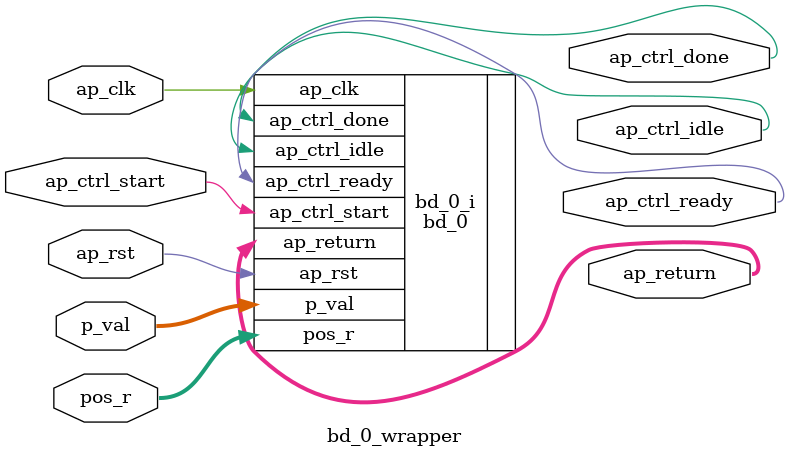
<source format=v>
`timescale 1 ps / 1 ps

module bd_0_wrapper
   (ap_clk,
    ap_ctrl_done,
    ap_ctrl_idle,
    ap_ctrl_ready,
    ap_ctrl_start,
    ap_return,
    ap_rst,
    p_val,
    pos_r);
  input ap_clk;
  output ap_ctrl_done;
  output ap_ctrl_idle;
  output ap_ctrl_ready;
  input ap_ctrl_start;
  output [6:0]ap_return;
  input ap_rst;
  input [63:0]p_val;
  input [5:0]pos_r;

  wire ap_clk;
  wire ap_ctrl_done;
  wire ap_ctrl_idle;
  wire ap_ctrl_ready;
  wire ap_ctrl_start;
  wire [6:0]ap_return;
  wire ap_rst;
  wire [63:0]p_val;
  wire [5:0]pos_r;

  bd_0 bd_0_i
       (.ap_clk(ap_clk),
        .ap_ctrl_done(ap_ctrl_done),
        .ap_ctrl_idle(ap_ctrl_idle),
        .ap_ctrl_ready(ap_ctrl_ready),
        .ap_ctrl_start(ap_ctrl_start),
        .ap_return(ap_return),
        .ap_rst(ap_rst),
        .p_val(p_val),
        .pos_r(pos_r));
endmodule

</source>
